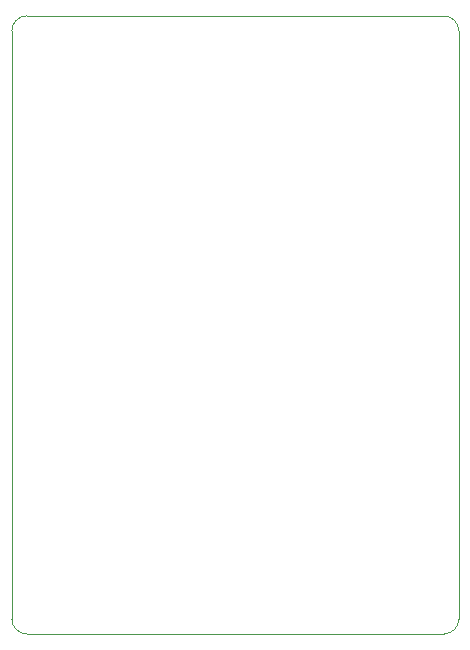
<source format=gm1>
G04 #@! TF.GenerationSoftware,KiCad,Pcbnew,8.0.2-8.0.2-0~ubuntu22.04.1*
G04 #@! TF.CreationDate,2024-05-30T19:53:11+02:00*
G04 #@! TF.ProjectId,tamarin-c,74616d61-7269-46e2-9d63-2e6b69636164,rev?*
G04 #@! TF.SameCoordinates,Original*
G04 #@! TF.FileFunction,Profile,NP*
%FSLAX46Y46*%
G04 Gerber Fmt 4.6, Leading zero omitted, Abs format (unit mm)*
G04 Created by KiCad (PCBNEW 8.0.2-8.0.2-0~ubuntu22.04.1) date 2024-05-30 19:53:11*
%MOMM*%
%LPD*%
G01*
G04 APERTURE LIST*
G04 #@! TA.AperFunction,Profile*
%ADD10C,0.100000*%
G04 #@! TD*
G04 APERTURE END LIST*
D10*
X151384000Y-50546000D02*
G75*
G02*
X152654000Y-51816000I0J-1270000D01*
G01*
X152654000Y-51816000D02*
X152654000Y-101600000D01*
X130556000Y-102870000D02*
X116078000Y-102870000D01*
X151384000Y-50546000D02*
X116078000Y-50546000D01*
X116078000Y-102870000D02*
G75*
G02*
X114808000Y-101600000I0J1270000D01*
G01*
X152654000Y-101600000D02*
G75*
G02*
X151384000Y-102870000I-1270000J0D01*
G01*
X114808000Y-51816000D02*
X114808000Y-101600000D01*
X130556000Y-102870000D02*
X151384000Y-102870000D01*
X114808000Y-51816000D02*
G75*
G02*
X116078000Y-50546000I1270000J0D01*
G01*
M02*

</source>
